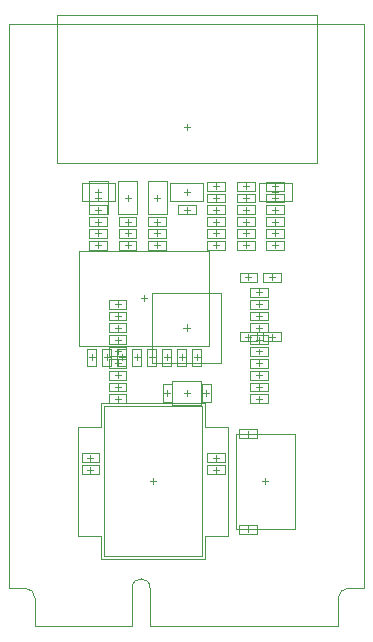
<source format=gko>
G04*
G04 #@! TF.GenerationSoftware,Altium Limited,Altium Designer,22.1.2 (22)*
G04*
G04 Layer_Color=16711935*
%FSLAX25Y25*%
%MOIN*%
G70*
G04*
G04 #@! TF.SameCoordinates,B1E273F1-CA0D-4A37-822C-2AC157981796*
G04*
G04*
G04 #@! TF.FilePolarity,Positive*
G04*
G01*
G75*
%ADD10C,0.00394*%
%ADD12C,0.00197*%
%ADD15C,0.00039*%
%ADD16C,0.00079*%
D10*
X53740Y12598D02*
G03*
X50591Y9449I0J-3150D01*
G01*
X-50591D02*
G03*
X-53740Y12598I-3150J0D01*
G01*
X-12205Y12795D02*
G03*
X-18110Y12795I-2953J0D01*
G01*
X53740Y12598D02*
G03*
X50591Y9449I0J-3150D01*
G01*
X-50591D02*
G03*
X-53740Y12598I-3150J0D01*
G01*
X-12205Y12795D02*
G03*
X-18110Y12795I-2953J0D01*
G01*
X-50591Y0D02*
X-18110D01*
X50591D02*
Y9449D01*
X53740Y12598D02*
X59055D01*
X-59055D02*
X-53740D01*
X-12205Y0D02*
Y12795D01*
X-18110Y0D02*
Y12795D01*
X-50591Y0D02*
Y9449D01*
X-12205Y0D02*
X50591D01*
X-59055Y200591D02*
X59055D01*
X-50591Y0D02*
Y9449D01*
X59055Y12598D02*
Y200591D01*
X-18110Y0D02*
Y12795D01*
X50591Y0D02*
Y9449D01*
X-12205Y0D02*
Y12795D01*
X-50591Y0D02*
X-18110D01*
X-12205D02*
X50591D01*
X53740Y12598D02*
X59055D01*
X-59055D02*
X-53740D01*
X-59055D02*
Y200591D01*
D12*
X11600Y87809D02*
Y111009D01*
X-11600Y87809D02*
Y111009D01*
X11600D01*
X-11600Y87809D02*
X11600D01*
X-11600D02*
Y111009D01*
Y87809D02*
X11600D01*
Y111009D01*
X-11600D02*
X11600D01*
X-1181Y99410D02*
X1181D01*
X0Y98228D02*
Y100591D01*
D15*
X35039Y141535D02*
Y147835D01*
X24016D02*
X35039D01*
X24016Y141535D02*
X35039D01*
X24016D02*
Y147835D01*
X-8063Y92520D02*
X-5110D01*
X-8063Y86614D02*
Y92520D01*
X-5110Y86614D02*
Y92520D01*
X-8063Y86614D02*
X-5110D01*
X-28063D02*
X-25110D01*
Y92520D01*
X-28063Y86614D02*
Y92520D01*
X-25110D01*
X-18063D02*
X-15110D01*
X-18063Y86614D02*
Y92520D01*
X-15110Y86614D02*
Y92520D01*
X-18063Y86614D02*
X-15110D01*
X1937Y92520D02*
X4890D01*
X1937Y86614D02*
Y92520D01*
X4890Y86614D02*
Y92520D01*
X1937Y86614D02*
X4890D01*
X-35740Y93504D02*
X7567D01*
X-35740Y125000D02*
X7567D01*
X-35740Y93504D02*
Y125000D01*
X7567Y93504D02*
Y125000D01*
X16339Y32480D02*
Y63976D01*
X36024Y32480D02*
Y63976D01*
X16339Y32480D02*
X36024D01*
X16339Y63976D02*
X36024D01*
X17634Y97933D02*
X23539D01*
X17634Y94980D02*
X23539D01*
Y97933D01*
X17634Y94980D02*
Y97933D01*
X31413Y94980D02*
Y97933D01*
X25508D02*
X31413D01*
X25508Y94980D02*
X31413D01*
X25508D02*
Y97933D01*
X-27559Y23228D02*
Y73228D01*
X5118D01*
Y23228D02*
Y73228D01*
X-27559Y23228D02*
X5118D01*
X43307Y154528D02*
Y203740D01*
X-43307Y154528D02*
Y203740D01*
Y154528D02*
X43307D01*
X-43307Y203740D02*
X43307D01*
X26575Y137303D02*
Y140256D01*
X32480Y137303D02*
Y140256D01*
X26575Y137303D02*
X32480D01*
X26575Y140256D02*
X32480D01*
X-5512Y141535D02*
Y147835D01*
Y141535D02*
X5512D01*
X-5512Y147835D02*
X5512D01*
Y141535D02*
Y147835D01*
X-2953Y137303D02*
Y140256D01*
X2953Y137303D02*
Y140256D01*
X-2953Y137303D02*
X2953D01*
X-2953Y140256D02*
X2953D01*
X-35039Y141535D02*
Y147835D01*
Y141535D02*
X-24016D01*
X-35039Y147835D02*
X-24016D01*
Y141535D02*
Y147835D01*
X-32480Y137303D02*
Y140256D01*
X-26575Y137303D02*
Y140256D01*
X-32480Y137303D02*
X-26575D01*
X-32480Y140256D02*
X-26575D01*
X17634Y114862D02*
Y117815D01*
X23539Y114862D02*
Y117815D01*
X17634Y114862D02*
X23539D01*
X17634Y117815D02*
X23539D01*
X31413Y114862D02*
Y117815D01*
X25508D02*
X31413D01*
X25508Y114862D02*
X31413D01*
X25508D02*
Y117815D01*
X-22835Y148228D02*
X-16535D01*
Y137205D02*
Y148228D01*
X-22835Y137205D02*
Y148228D01*
Y137205D02*
X-16535D01*
X-12992Y148228D02*
X-6693D01*
Y137205D02*
Y148228D01*
X-12992Y137205D02*
Y148228D01*
Y137205D02*
X-6693D01*
X-32677Y148228D02*
X-26378D01*
Y137205D02*
Y148228D01*
X-32677Y137205D02*
Y148228D01*
Y137205D02*
X-26378D01*
X-32480Y125492D02*
Y128445D01*
X-26575D01*
X-32480Y125492D02*
X-26575D01*
Y128445D01*
X22638Y141240D02*
Y144193D01*
X16732Y141240D02*
X22638D01*
X16732Y144193D02*
X22638D01*
X16732Y141240D02*
Y144193D01*
X32480Y141240D02*
Y144193D01*
X26575Y141240D02*
X32480D01*
X26575Y144193D02*
X32480D01*
X26575Y141240D02*
Y144193D01*
X6890Y145177D02*
Y148130D01*
X12795D01*
X6890Y145177D02*
X12795D01*
Y148130D01*
X26575Y145177D02*
Y148130D01*
X32480D01*
X26575Y145177D02*
X32480D01*
Y148130D01*
X16732Y145177D02*
Y148130D01*
X22638D01*
X16732Y145177D02*
X22638D01*
Y148130D01*
X-16732Y125492D02*
Y128445D01*
X-22638Y125492D02*
X-16732D01*
X-22638Y128445D02*
X-16732D01*
X-22638Y125492D02*
Y128445D01*
X-20079Y90059D02*
Y93012D01*
X-25984Y90059D02*
X-20079D01*
X-25984Y93012D02*
X-20079D01*
X-25984Y90059D02*
Y93012D01*
Y105807D02*
Y108760D01*
X-20079D01*
X-25984Y105807D02*
X-20079D01*
Y108760D01*
X21260Y74311D02*
Y77264D01*
X27165D01*
X21260Y74311D02*
X27165D01*
Y77264D01*
X21260Y82185D02*
Y85138D01*
X27165D01*
X21260Y82185D02*
X27165D01*
Y85138D01*
X21260Y78248D02*
Y81201D01*
X27165D01*
X21260Y78248D02*
X27165D01*
Y81201D01*
X4724Y73819D02*
Y81693D01*
X-4724Y73819D02*
Y81693D01*
Y73819D02*
X4724D01*
X-4724Y81693D02*
X4724D01*
X27165Y90059D02*
Y93012D01*
X21260Y90059D02*
X27165D01*
X21260Y93012D02*
X27165D01*
X21260Y90059D02*
Y93012D01*
Y86122D02*
Y89075D01*
X27165D01*
X21260Y86122D02*
X27165D01*
Y89075D01*
X-25984Y82185D02*
Y85138D01*
X-20079D01*
X-25984Y82185D02*
X-20079D01*
Y85138D01*
Y86122D02*
Y89075D01*
X-25984Y86122D02*
X-20079D01*
X-25984Y89075D02*
X-20079D01*
X-25984Y86122D02*
Y89075D01*
X-20079Y97933D02*
Y100886D01*
X-25984Y97933D02*
X-20079D01*
X-25984Y100886D02*
X-20079D01*
X-25984Y97933D02*
Y100886D01*
X-20079Y93996D02*
Y96949D01*
X-25984Y93996D02*
X-20079D01*
X-25984Y96949D02*
X-20079D01*
X-25984Y93996D02*
Y96949D01*
X27165Y109744D02*
Y112697D01*
X21260Y109744D02*
X27165D01*
X21260Y112697D02*
X27165D01*
X21260Y109744D02*
Y112697D01*
X21260Y97933D02*
Y100886D01*
X27165D01*
X21260Y97933D02*
X27165D01*
Y100886D01*
X21260Y93996D02*
Y96949D01*
X27165D01*
X21260Y93996D02*
X27165D01*
Y96949D01*
Y101870D02*
Y104823D01*
X21260Y101870D02*
X27165D01*
X21260Y104823D02*
X27165D01*
X21260Y101870D02*
Y104823D01*
Y105807D02*
Y108760D01*
X27165D01*
X21260Y105807D02*
X27165D01*
Y108760D01*
X-12795Y125492D02*
Y128445D01*
X-6890D01*
X-12795Y125492D02*
X-6890D01*
Y128445D01*
X32480Y133366D02*
Y136319D01*
X26575Y133366D02*
X32480D01*
X26575Y136319D02*
X32480D01*
X26575Y133366D02*
Y136319D01*
X22638Y133366D02*
Y136319D01*
X16732Y133366D02*
X22638D01*
X16732Y136319D02*
X22638D01*
X16732Y133366D02*
Y136319D01*
X12795Y133366D02*
Y136319D01*
X6890Y133366D02*
X12795D01*
X6890Y136319D02*
X12795D01*
X6890Y133366D02*
Y136319D01*
X12795Y141240D02*
Y144193D01*
X6890Y141240D02*
X12795D01*
X6890Y144193D02*
X12795D01*
X6890Y141240D02*
Y144193D01*
X35039Y141535D02*
Y147835D01*
X24016Y141535D02*
Y147835D01*
X35039D01*
X24016Y141535D02*
X35039D01*
X28543Y144685D02*
X30512D01*
X29528Y143701D02*
Y145669D01*
X-7571Y89567D02*
X-5602D01*
X-6587Y88583D02*
Y90551D01*
X-8063Y86614D02*
Y92520D01*
X-5110Y86614D02*
Y92520D01*
X-8063D02*
X-5110D01*
X-8063Y86614D02*
X-5110D01*
X-28063D02*
X-25110D01*
X-28063Y92520D02*
X-25110D01*
Y86614D02*
Y92520D01*
X-28063Y86614D02*
Y92520D01*
X-26587Y88583D02*
Y90551D01*
X-27571Y89567D02*
X-25602D01*
X-17571D02*
X-15602D01*
X-16587Y88583D02*
Y90551D01*
X-18063Y86614D02*
Y92520D01*
X-15110Y86614D02*
Y92520D01*
X-18063D02*
X-15110D01*
X-18063Y86614D02*
X-15110D01*
X2429Y89567D02*
X4398D01*
X3413Y88583D02*
Y90551D01*
X1937Y86614D02*
Y92520D01*
X4890Y86614D02*
Y92520D01*
X1937D02*
X4890D01*
X1937Y86614D02*
X4890D01*
X-35740Y125000D02*
X7567D01*
X-35740Y93504D02*
Y125000D01*
X7567Y93504D02*
Y125000D01*
X-35740Y93504D02*
X7567D01*
X-15071Y109252D02*
X-13102D01*
X-14087Y108268D02*
Y110236D01*
X26181Y47244D02*
Y49213D01*
X25197Y48228D02*
X27165D01*
X16339Y63976D02*
X36024D01*
X16339Y32480D02*
Y63976D01*
X36024Y32480D02*
Y63976D01*
X16339Y32480D02*
X36024D01*
X19602Y96457D02*
X21571D01*
X20587Y95472D02*
Y97441D01*
X23539Y94980D02*
Y97933D01*
X17634Y94980D02*
Y97933D01*
X23539D01*
X17634Y94980D02*
X23539D01*
X31413D02*
Y97933D01*
X25508Y94980D02*
Y97933D01*
X31413D01*
X25508Y94980D02*
X31413D01*
X27476Y96457D02*
X29445D01*
X28461Y95472D02*
Y97441D01*
X6102Y66260D02*
X13780D01*
X-36220Y30197D02*
X-28543D01*
X13780D02*
Y66260D01*
X-36220Y30197D02*
Y66220D01*
X6102Y30197D02*
X13780D01*
X-36220Y66220D02*
X-28543D01*
Y74213D01*
X6102Y22244D02*
Y30197D01*
X-28543Y22244D02*
X6102D01*
X-28543Y74213D02*
X6102D01*
Y66260D02*
Y74213D01*
X-28543Y22244D02*
Y30197D01*
X-12205Y48228D02*
X-10236D01*
X-11220Y47244D02*
Y49213D01*
X-43307Y154528D02*
X43307D01*
X-43307D02*
Y203740D01*
X43307D01*
Y154528D02*
Y203740D01*
X0Y165354D02*
Y167323D01*
X-984Y166339D02*
X984D01*
X26575Y137303D02*
X32480D01*
X26575Y140256D02*
X32480D01*
X26575Y137303D02*
Y140256D01*
X32480Y137303D02*
Y140256D01*
X29528Y137795D02*
Y139764D01*
X28543Y138779D02*
X30512D01*
X0Y143701D02*
Y145669D01*
X-984Y144685D02*
X984D01*
X-5512Y141535D02*
X5512D01*
X-5512Y147835D02*
X5512D01*
X-5512Y141535D02*
Y147835D01*
X5512Y141535D02*
Y147835D01*
X-2953Y137303D02*
X2953D01*
X-2953Y140256D02*
X2953D01*
X-2953Y137303D02*
Y140256D01*
X2953Y137303D02*
Y140256D01*
X0Y137795D02*
Y139764D01*
X-984Y138779D02*
X984D01*
X-29528Y143701D02*
Y145669D01*
X-30512Y144685D02*
X-28543D01*
X-35039Y141535D02*
X-24016D01*
X-35039Y147835D02*
X-24016D01*
X-35039Y141535D02*
Y147835D01*
X-24016Y141535D02*
Y147835D01*
X-32480Y137303D02*
X-26575D01*
X-32480Y140256D02*
X-26575D01*
X-32480Y137303D02*
Y140256D01*
X-26575Y137303D02*
Y140256D01*
X-29528Y137795D02*
Y139764D01*
X-30512Y138779D02*
X-28543D01*
X17634Y114862D02*
X23539D01*
X17634Y117815D02*
X23539D01*
X17634Y114862D02*
Y117815D01*
X23539Y114862D02*
Y117815D01*
X20587Y115354D02*
Y117323D01*
X19602Y116339D02*
X21571D01*
X31413Y114862D02*
Y117815D01*
X25508Y114862D02*
Y117815D01*
X31413D01*
X25508Y114862D02*
X31413D01*
X27476Y116339D02*
X29445D01*
X28461Y115354D02*
Y117323D01*
X-20669Y142717D02*
X-18701D01*
X-19685Y141732D02*
Y143701D01*
X-16535Y137205D02*
Y148228D01*
X-22835Y137205D02*
Y148228D01*
X-16535D01*
X-22835Y137205D02*
X-16535D01*
X-10827Y142717D02*
X-8858D01*
X-9843Y141732D02*
Y143701D01*
X-6693Y137205D02*
Y148228D01*
X-12992Y137205D02*
Y148228D01*
X-6693D01*
X-12992Y137205D02*
X-6693D01*
X-30512Y142717D02*
X-28543D01*
X-29528Y141732D02*
Y143701D01*
X-26378Y137205D02*
Y148228D01*
X-32677Y137205D02*
Y148228D01*
X-26378D01*
X-32677Y137205D02*
X-26378D01*
X-32480Y125492D02*
Y128445D01*
X-26575Y125492D02*
Y128445D01*
X-32480D02*
X-26575D01*
X-32480Y125492D02*
X-26575D01*
X-30512Y126969D02*
X-28543D01*
X-29528Y125984D02*
Y127953D01*
X22638Y141240D02*
Y144193D01*
X16732Y141240D02*
Y144193D01*
Y141240D02*
X22638D01*
X16732Y144193D02*
X22638D01*
X18701Y142717D02*
X20669D01*
X19685Y141732D02*
Y143701D01*
X32480Y141240D02*
Y144193D01*
X26575Y141240D02*
Y144193D01*
Y141240D02*
X32480D01*
X26575Y144193D02*
X32480D01*
X28543Y142717D02*
X30512D01*
X29528Y141732D02*
Y143701D01*
X6890Y145177D02*
Y148130D01*
X12795Y145177D02*
Y148130D01*
X6890D02*
X12795D01*
X6890Y145177D02*
X12795D01*
X8858Y146653D02*
X10827D01*
X9843Y145669D02*
Y147638D01*
X26575Y145177D02*
Y148130D01*
X32480Y145177D02*
Y148130D01*
X26575D02*
X32480D01*
X26575Y145177D02*
X32480D01*
X28543Y146653D02*
X30512D01*
X29528Y145669D02*
Y147638D01*
X16732Y145177D02*
Y148130D01*
X22638Y145177D02*
Y148130D01*
X16732D02*
X22638D01*
X16732Y145177D02*
X22638D01*
X18701Y146653D02*
X20669D01*
X19685Y145669D02*
Y147638D01*
X-19685Y125984D02*
Y127953D01*
X-20669Y126969D02*
X-18701D01*
X-22638Y125492D02*
X-16732D01*
X-22638Y128445D02*
X-16732D01*
Y125492D02*
Y128445D01*
X-22638Y125492D02*
Y128445D01*
X-23031Y90551D02*
Y92520D01*
X-24016Y91535D02*
X-22047D01*
X-25984Y90059D02*
X-20079D01*
X-25984Y93012D02*
X-20079D01*
Y90059D02*
Y93012D01*
X-25984Y90059D02*
Y93012D01*
Y105807D02*
Y108760D01*
X-20079Y105807D02*
Y108760D01*
X-25984D02*
X-20079D01*
X-25984Y105807D02*
X-20079D01*
X-24016Y107283D02*
X-22047D01*
X-23031Y106299D02*
Y108268D01*
X24213Y74803D02*
Y76772D01*
X23228Y75787D02*
X25197D01*
X21260Y77264D02*
X27165D01*
X21260Y74311D02*
X27165D01*
X21260D02*
Y77264D01*
X27165Y74311D02*
Y77264D01*
X24213Y82677D02*
Y84646D01*
X23228Y83661D02*
X25197D01*
X21260Y85138D02*
X27165D01*
X21260Y82185D02*
X27165D01*
X21260D02*
Y85138D01*
X27165Y82185D02*
Y85138D01*
X24213Y78740D02*
Y80709D01*
X23228Y79724D02*
X25197D01*
X21260Y81201D02*
X27165D01*
X21260Y78248D02*
X27165D01*
X21260D02*
Y81201D01*
X27165Y78248D02*
Y81201D01*
X-4724Y73819D02*
Y81693D01*
X4724Y73819D02*
Y81693D01*
X-4724D02*
X4724D01*
X-4724Y73819D02*
X4724D01*
X0Y76772D02*
Y78740D01*
X-984Y77756D02*
X984D01*
X24213Y90551D02*
Y92520D01*
X23228Y91535D02*
X25197D01*
X21260Y90059D02*
X27165D01*
X21260Y93012D02*
X27165D01*
Y90059D02*
Y93012D01*
X21260Y90059D02*
Y93012D01*
X24213Y86614D02*
Y88583D01*
X23228Y87598D02*
X25197D01*
X21260Y89075D02*
X27165D01*
X21260Y86122D02*
X27165D01*
X21260D02*
Y89075D01*
X27165Y86122D02*
Y89075D01*
X-23031Y82677D02*
Y84646D01*
X-24016Y83661D02*
X-22047D01*
X-25984Y85138D02*
X-20079D01*
X-25984Y82185D02*
X-20079D01*
X-25984D02*
Y85138D01*
X-20079Y82185D02*
Y85138D01*
X-23031Y86614D02*
Y88583D01*
X-24016Y87598D02*
X-22047D01*
X-25984Y86122D02*
X-20079D01*
X-25984Y89075D02*
X-20079D01*
Y86122D02*
Y89075D01*
X-25984Y86122D02*
Y89075D01*
X-23031Y98425D02*
Y100394D01*
X-24016Y99409D02*
X-22047D01*
X-25984Y97933D02*
X-20079D01*
X-25984Y100886D02*
X-20079D01*
Y97933D02*
Y100886D01*
X-25984Y97933D02*
Y100886D01*
X-23031Y94488D02*
Y96457D01*
X-24016Y95472D02*
X-22047D01*
X-25984Y93996D02*
X-20079D01*
X-25984Y96949D02*
X-20079D01*
Y93996D02*
Y96949D01*
X-25984Y93996D02*
Y96949D01*
X24213Y110236D02*
Y112205D01*
X23228Y111221D02*
X25197D01*
X21260Y109744D02*
X27165D01*
X21260Y112697D02*
X27165D01*
Y109744D02*
Y112697D01*
X21260Y109744D02*
Y112697D01*
X24213Y98425D02*
Y100394D01*
X23228Y99410D02*
X25197D01*
X21260Y100886D02*
X27165D01*
X21260Y97933D02*
X27165D01*
X21260D02*
Y100886D01*
X27165Y97933D02*
Y100886D01*
X24213Y94488D02*
Y96457D01*
X23228Y95472D02*
X25197D01*
X21260Y96949D02*
X27165D01*
X21260Y93996D02*
X27165D01*
X21260D02*
Y96949D01*
X27165Y93996D02*
Y96949D01*
X24213Y102362D02*
Y104331D01*
X23228Y103347D02*
X25197D01*
X21260Y101870D02*
X27165D01*
X21260Y104823D02*
X27165D01*
Y101870D02*
Y104823D01*
X21260Y101870D02*
Y104823D01*
X24213Y106299D02*
Y108268D01*
X23228Y107283D02*
X25197D01*
X21260Y108760D02*
X27165D01*
X21260Y105807D02*
X27165D01*
X21260D02*
Y108760D01*
X27165Y105807D02*
Y108760D01*
X-12795Y125492D02*
Y128445D01*
X-6890Y125492D02*
Y128445D01*
X-12795D02*
X-6890D01*
X-12795Y125492D02*
X-6890D01*
X-10827Y126969D02*
X-8858D01*
X-9843Y125984D02*
Y127953D01*
X32480Y133366D02*
Y136319D01*
X26575Y133366D02*
Y136319D01*
Y133366D02*
X32480D01*
X26575Y136319D02*
X32480D01*
X28543Y134843D02*
X30512D01*
X29528Y133858D02*
Y135827D01*
X22638Y133366D02*
Y136319D01*
X16732Y133366D02*
Y136319D01*
Y133366D02*
X22638D01*
X16732Y136319D02*
X22638D01*
X18701Y134843D02*
X20669D01*
X19685Y133858D02*
Y135827D01*
X12795Y133366D02*
Y136319D01*
X6890Y133366D02*
Y136319D01*
Y133366D02*
X12795D01*
X6890Y136319D02*
X12795D01*
X8858Y134843D02*
X10827D01*
X9843Y133858D02*
Y135827D01*
X12795Y141240D02*
Y144193D01*
X6890Y141240D02*
Y144193D01*
Y141240D02*
X12795D01*
X6890Y144193D02*
X12795D01*
X8858Y142717D02*
X10827D01*
X9843Y141732D02*
Y143701D01*
D16*
X-23063Y86614D02*
X-20110D01*
X-23063Y92520D02*
X-20110D01*
X-23063Y86614D02*
Y92520D01*
X-20110Y86614D02*
Y92520D01*
X-13063Y86614D02*
X-10110D01*
X-13063Y92520D02*
X-10110D01*
X-13063Y86614D02*
Y92520D01*
X-10110Y86614D02*
Y92520D01*
X-30110Y86614D02*
Y92520D01*
X-33063Y86614D02*
Y92520D01*
X-30110D01*
X-33063Y86614D02*
X-30110D01*
X-3063D02*
X-110D01*
X-3063Y92520D02*
X-110D01*
X-3063Y86614D02*
Y92520D01*
X-110Y86614D02*
Y92520D01*
X23327Y62697D02*
Y65650D01*
X17421Y62697D02*
Y65650D01*
Y62697D02*
X23327D01*
X17421Y65650D02*
X23327D01*
Y30807D02*
Y33760D01*
X17421Y30807D02*
Y33760D01*
Y30807D02*
X23327D01*
X17421Y33760D02*
X23327D01*
X6890Y53642D02*
X12795D01*
X6890Y50689D02*
X12795D01*
X6890D02*
Y53642D01*
X12795Y50689D02*
Y53642D01*
X6890Y57579D02*
X12795D01*
X6890Y54626D02*
X12795D01*
X6890D02*
Y57579D01*
X12795Y54626D02*
Y57579D01*
X-35039Y53642D02*
X-29134D01*
X-35039Y50689D02*
X-29134D01*
X-35039D02*
Y53642D01*
X-29134Y50689D02*
Y53642D01*
X-35039Y57579D02*
X-29134D01*
X-35039Y54626D02*
X-29134D01*
X-35039D02*
Y57579D01*
X-29134Y54626D02*
Y57579D01*
X7972Y74803D02*
Y80709D01*
X5020Y74803D02*
Y80709D01*
Y74803D02*
X7972D01*
X5020Y80709D02*
X7972D01*
X-7972Y74803D02*
Y80709D01*
X-5020Y74803D02*
Y80709D01*
X-7972D02*
X-5020D01*
X-7972Y74803D02*
X-5020D01*
X-20079Y78248D02*
Y81201D01*
X-25984Y78248D02*
Y81201D01*
X-20079D01*
X-25984Y78248D02*
X-20079D01*
Y74311D02*
Y77264D01*
X-25984Y74311D02*
Y77264D01*
X-20079D01*
X-25984Y74311D02*
X-20079D01*
X-25984Y104823D02*
X-20079D01*
X-25984Y101870D02*
X-20079D01*
Y104823D01*
X-25984Y101870D02*
Y104823D01*
X6890Y128445D02*
X12795D01*
X6890Y125492D02*
X12795D01*
Y128445D01*
X6890Y125492D02*
Y128445D01*
X16732D02*
X22638D01*
X16732Y125492D02*
X22638D01*
Y128445D01*
X16732Y125492D02*
Y128445D01*
X26575D02*
X32480D01*
X26575Y125492D02*
X32480D01*
Y128445D01*
X26575Y125492D02*
Y128445D01*
X6890Y132382D02*
X12795D01*
X6890Y129429D02*
X12795D01*
Y132382D01*
X6890Y129429D02*
Y132382D01*
X16732D02*
X22638D01*
X16732Y129429D02*
X22638D01*
Y132382D01*
X16732Y129429D02*
Y132382D01*
X26575D02*
X32480D01*
X26575Y129429D02*
X32480D01*
Y132382D01*
X26575Y129429D02*
Y132382D01*
X6890Y137303D02*
X12795D01*
X6890Y140256D02*
X12795D01*
X6890Y137303D02*
Y140256D01*
X12795Y137303D02*
Y140256D01*
X16732Y137303D02*
X22638D01*
X16732Y140256D02*
X22638D01*
X16732Y137303D02*
Y140256D01*
X22638Y137303D02*
Y140256D01*
X26575Y137303D02*
X32480D01*
X26575Y140256D02*
X32480D01*
X26575Y137303D02*
Y140256D01*
X32480Y137303D02*
Y140256D01*
X-32480Y136319D02*
X-26575D01*
X-32480Y133366D02*
X-26575D01*
Y136319D01*
X-32480Y133366D02*
Y136319D01*
X-22638D02*
X-16732D01*
X-22638Y133366D02*
X-16732D01*
Y136319D01*
X-22638Y133366D02*
Y136319D01*
X-12795D02*
X-6890D01*
X-12795Y133366D02*
X-6890D01*
Y136319D01*
X-12795Y133366D02*
Y136319D01*
X-32480Y132382D02*
X-26575D01*
X-32480Y129429D02*
X-26575D01*
Y132382D01*
X-32480Y129429D02*
Y132382D01*
X-22638D02*
X-16732D01*
X-22638Y129429D02*
X-16732D01*
Y132382D01*
X-22638Y129429D02*
Y132382D01*
X-12795D02*
X-6890D01*
X-12795Y129429D02*
X-6890D01*
Y132382D01*
X-12795Y129429D02*
Y132382D01*
X-23063Y86614D02*
X-20110D01*
X-23063D02*
Y92520D01*
X-20110Y86614D02*
Y92520D01*
X-21587Y88583D02*
Y90551D01*
X-22571Y89567D02*
X-20602D01*
X-23063Y92520D02*
X-20110D01*
X-13063Y86614D02*
X-10110D01*
X-13063D02*
Y92520D01*
X-10110Y86614D02*
Y92520D01*
X-11587Y88583D02*
Y90551D01*
X-12571Y89567D02*
X-10602D01*
X-13063Y92520D02*
X-10110D01*
X-33063D02*
X-30110D01*
X-32571Y89567D02*
X-30602D01*
X-31587Y88583D02*
Y90551D01*
X-30110Y86614D02*
Y92520D01*
X-33063Y86614D02*
Y92520D01*
Y86614D02*
X-30110D01*
X-3063D02*
X-110D01*
X-3063D02*
Y92520D01*
X-110Y86614D02*
Y92520D01*
X-1587Y88583D02*
Y90551D01*
X-2571Y89567D02*
X-602D01*
X-3063Y92520D02*
X-110D01*
X23327Y62697D02*
Y65650D01*
X17421Y62697D02*
X23327D01*
X17421Y65650D02*
X23327D01*
X19390Y64173D02*
X21358D01*
X20374Y63189D02*
Y65158D01*
X17421Y62697D02*
Y65650D01*
X23327Y30807D02*
Y33760D01*
X17421Y30807D02*
X23327D01*
X17421Y33760D02*
X23327D01*
X19390Y32283D02*
X21358D01*
X20374Y31299D02*
Y33268D01*
X17421Y30807D02*
Y33760D01*
X6890Y50689D02*
Y53642D01*
X9843Y51181D02*
Y53150D01*
X8858Y52165D02*
X10827D01*
X6890Y53642D02*
X12795D01*
X6890Y50689D02*
X12795D01*
Y53642D01*
X6890Y54626D02*
Y57579D01*
X9843Y55118D02*
Y57087D01*
X8858Y56102D02*
X10827D01*
X6890Y57579D02*
X12795D01*
X6890Y54626D02*
X12795D01*
Y57579D01*
X-35039Y50689D02*
Y53642D01*
X-32087Y51181D02*
Y53150D01*
X-33071Y52165D02*
X-31102D01*
X-35039Y53642D02*
X-29134D01*
X-35039Y50689D02*
X-29134D01*
Y53642D01*
X-35039Y54626D02*
Y57579D01*
X-32087Y55118D02*
Y57087D01*
X-33071Y56102D02*
X-31102D01*
X-35039Y57579D02*
X-29134D01*
X-35039Y54626D02*
X-29134D01*
Y57579D01*
X5020Y74803D02*
X7972D01*
X5512Y77756D02*
X7480D01*
X6496Y76772D02*
Y78740D01*
X7972Y74803D02*
Y80709D01*
X5020Y74803D02*
Y80709D01*
X7972D01*
X-7972D02*
X-5020D01*
X-7480Y77756D02*
X-5512D01*
X-6496Y76772D02*
Y78740D01*
X-7972Y74803D02*
Y80709D01*
X-5020Y74803D02*
Y80709D01*
X-7972Y74803D02*
X-5020D01*
X-20079Y78248D02*
Y81201D01*
X-25984D02*
X-20079D01*
X-25984Y78248D02*
X-20079D01*
X-24016Y79724D02*
X-22047D01*
X-23031Y78740D02*
Y80709D01*
X-25984Y78248D02*
Y81201D01*
X-20079Y74311D02*
Y77264D01*
X-25984D02*
X-20079D01*
X-25984Y74311D02*
X-20079D01*
X-24016Y75787D02*
X-22047D01*
X-23031Y74803D02*
Y76772D01*
X-25984Y74311D02*
Y77264D01*
X-20079Y101870D02*
Y104823D01*
X-23031Y102362D02*
Y104331D01*
X-24016Y103347D02*
X-22047D01*
X-25984Y104823D02*
X-20079D01*
X-25984Y101870D02*
X-20079D01*
X-25984D02*
Y104823D01*
X12795Y125492D02*
Y128445D01*
X9843Y125984D02*
Y127953D01*
X8858Y126969D02*
X10827D01*
X6890Y128445D02*
X12795D01*
X6890Y125492D02*
X12795D01*
X6890D02*
Y128445D01*
X22638Y125492D02*
Y128445D01*
X19685Y125984D02*
Y127953D01*
X18701Y126969D02*
X20669D01*
X16732Y128445D02*
X22638D01*
X16732Y125492D02*
X22638D01*
X16732D02*
Y128445D01*
X32480Y125492D02*
Y128445D01*
X29528Y125984D02*
Y127953D01*
X28543Y126969D02*
X30512D01*
X26575Y128445D02*
X32480D01*
X26575Y125492D02*
X32480D01*
X26575D02*
Y128445D01*
X12795Y129429D02*
Y132382D01*
X9843Y129921D02*
Y131890D01*
X8858Y130905D02*
X10827D01*
X6890Y132382D02*
X12795D01*
X6890Y129429D02*
X12795D01*
X6890D02*
Y132382D01*
X22638Y129429D02*
Y132382D01*
X19685Y129921D02*
Y131890D01*
X18701Y130905D02*
X20669D01*
X16732Y132382D02*
X22638D01*
X16732Y129429D02*
X22638D01*
X16732D02*
Y132382D01*
X32480Y129429D02*
Y132382D01*
X29528Y129921D02*
Y131890D01*
X28543Y130905D02*
X30512D01*
X26575Y132382D02*
X32480D01*
X26575Y129429D02*
X32480D01*
X26575D02*
Y132382D01*
X6890Y137303D02*
Y140256D01*
X9843Y137795D02*
Y139764D01*
X8858Y138779D02*
X10827D01*
X6890Y137303D02*
X12795D01*
X6890Y140256D02*
X12795D01*
Y137303D02*
Y140256D01*
X16732Y137303D02*
Y140256D01*
X19685Y137795D02*
Y139764D01*
X18701Y138779D02*
X20669D01*
X16732Y137303D02*
X22638D01*
X16732Y140256D02*
X22638D01*
Y137303D02*
Y140256D01*
X26575Y137303D02*
Y140256D01*
X29528Y137795D02*
Y139764D01*
X28543Y138779D02*
X30512D01*
X26575Y137303D02*
X32480D01*
X26575Y140256D02*
X32480D01*
Y137303D02*
Y140256D01*
X-26575Y133366D02*
Y136319D01*
X-29528Y133858D02*
Y135827D01*
X-30512Y134843D02*
X-28543D01*
X-32480Y136319D02*
X-26575D01*
X-32480Y133366D02*
X-26575D01*
X-32480D02*
Y136319D01*
X-16732Y133366D02*
Y136319D01*
X-19685Y133858D02*
Y135827D01*
X-20669Y134843D02*
X-18701D01*
X-22638Y136319D02*
X-16732D01*
X-22638Y133366D02*
X-16732D01*
X-22638D02*
Y136319D01*
X-6890Y133366D02*
Y136319D01*
X-9843Y133858D02*
Y135827D01*
X-10827Y134843D02*
X-8858D01*
X-12795Y136319D02*
X-6890D01*
X-12795Y133366D02*
X-6890D01*
X-12795D02*
Y136319D01*
X-26575Y129429D02*
Y132382D01*
X-29528Y129921D02*
Y131890D01*
X-30512Y130905D02*
X-28543D01*
X-32480Y132382D02*
X-26575D01*
X-32480Y129429D02*
X-26575D01*
X-32480D02*
Y132382D01*
X-16732Y129429D02*
Y132382D01*
X-19685Y129921D02*
Y131890D01*
X-20669Y130905D02*
X-18701D01*
X-22638Y132382D02*
X-16732D01*
X-22638Y129429D02*
X-16732D01*
X-22638D02*
Y132382D01*
X-6890Y129429D02*
Y132382D01*
X-9843Y129921D02*
Y131890D01*
X-10827Y130905D02*
X-8858D01*
X-12795Y132382D02*
X-6890D01*
X-12795Y129429D02*
X-6890D01*
X-12795D02*
Y132382D01*
M02*

</source>
